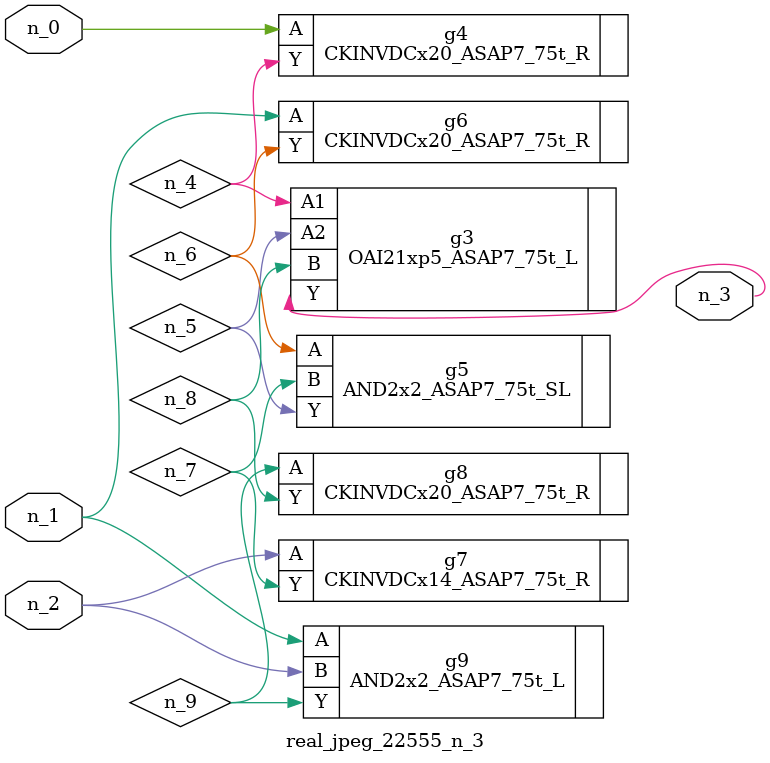
<source format=v>
module real_jpeg_22555_n_3 (n_1, n_0, n_2, n_3);

input n_1;
input n_0;
input n_2;

output n_3;

wire n_5;
wire n_4;
wire n_8;
wire n_6;
wire n_7;
wire n_9;

CKINVDCx20_ASAP7_75t_R g4 ( 
.A(n_0),
.Y(n_4)
);

CKINVDCx20_ASAP7_75t_R g6 ( 
.A(n_1),
.Y(n_6)
);

AND2x2_ASAP7_75t_L g9 ( 
.A(n_1),
.B(n_2),
.Y(n_9)
);

CKINVDCx14_ASAP7_75t_R g7 ( 
.A(n_2),
.Y(n_7)
);

OAI21xp5_ASAP7_75t_L g3 ( 
.A1(n_4),
.A2(n_5),
.B(n_8),
.Y(n_3)
);

AND2x2_ASAP7_75t_SL g5 ( 
.A(n_6),
.B(n_7),
.Y(n_5)
);

CKINVDCx20_ASAP7_75t_R g8 ( 
.A(n_9),
.Y(n_8)
);


endmodule
</source>
